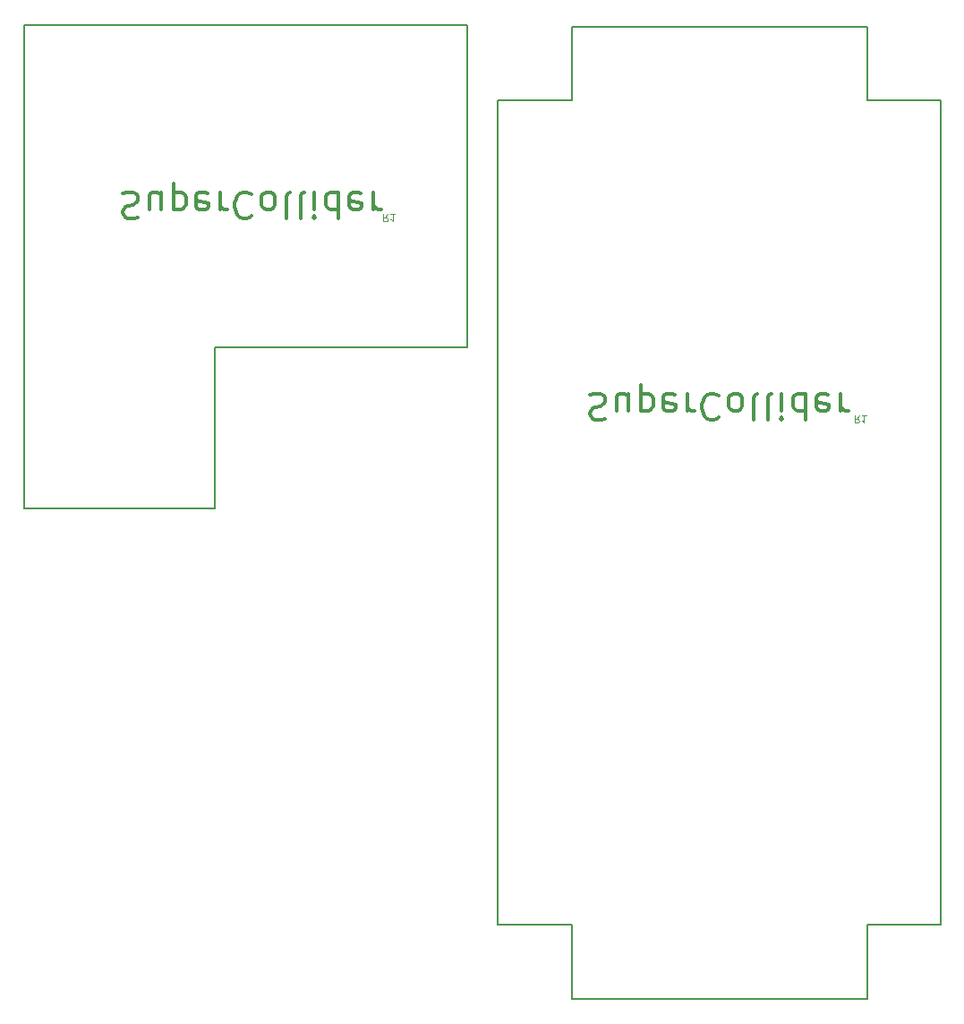
<source format=gbr>
G04 #@! TF.FileFunction,Legend,Bot*
%FSLAX46Y46*%
G04 Gerber Fmt 4.6, Leading zero omitted, Abs format (unit mm)*
G04 Created by KiCad (PCBNEW 4.0.6) date Monday, 12 February 2018 'AMt' 00:03:10*
%MOMM*%
%LPD*%
G01*
G04 APERTURE LIST*
%ADD10C,0.100000*%
%ADD11C,0.050000*%
%ADD12C,0.300000*%
%ADD13C,0.150000*%
%ADD14C,2.200000*%
%ADD15C,3.400000*%
%ADD16O,5.400000X4.400000*%
%ADD17O,4.400000X3.900000*%
%ADD18R,2.100000X2.100000*%
%ADD19O,2.100000X2.100000*%
%ADD20R,2.200000X2.200000*%
%ADD21R,3.900000X3.900000*%
G04 APERTURE END LIST*
D10*
D11*
X73289334Y-123635333D02*
X73056000Y-123968667D01*
X72889334Y-123635333D02*
X72889334Y-124335333D01*
X73156000Y-124335333D01*
X73222667Y-124302000D01*
X73256000Y-124268667D01*
X73289334Y-124202000D01*
X73289334Y-124102000D01*
X73256000Y-124035333D01*
X73222667Y-124002000D01*
X73156000Y-123968667D01*
X72889334Y-123968667D01*
X73956000Y-123635333D02*
X73556000Y-123635333D01*
X73756000Y-123635333D02*
X73756000Y-124335333D01*
X73689334Y-124235333D01*
X73622667Y-124168667D01*
X73556000Y-124135333D01*
D12*
X92437666Y-140720095D02*
X92794809Y-140601048D01*
X93390047Y-140601048D01*
X93628143Y-140720095D01*
X93747190Y-140839143D01*
X93866238Y-141077238D01*
X93866238Y-141315333D01*
X93747190Y-141553429D01*
X93628143Y-141672476D01*
X93390047Y-141791524D01*
X92913857Y-141910571D01*
X92675762Y-142029619D01*
X92556714Y-142148667D01*
X92437666Y-142386762D01*
X92437666Y-142624857D01*
X92556714Y-142862952D01*
X92675762Y-142982000D01*
X92913857Y-143101048D01*
X93509095Y-143101048D01*
X93866238Y-142982000D01*
X96009095Y-142267714D02*
X96009095Y-140601048D01*
X94937666Y-142267714D02*
X94937666Y-140958190D01*
X95056714Y-140720095D01*
X95294809Y-140601048D01*
X95651952Y-140601048D01*
X95890047Y-140720095D01*
X96009095Y-140839143D01*
X97199571Y-142267714D02*
X97199571Y-139767714D01*
X97199571Y-142148667D02*
X97437666Y-142267714D01*
X97913857Y-142267714D01*
X98151952Y-142148667D01*
X98271000Y-142029619D01*
X98390047Y-141791524D01*
X98390047Y-141077238D01*
X98271000Y-140839143D01*
X98151952Y-140720095D01*
X97913857Y-140601048D01*
X97437666Y-140601048D01*
X97199571Y-140720095D01*
X100413857Y-140720095D02*
X100175762Y-140601048D01*
X99699571Y-140601048D01*
X99461476Y-140720095D01*
X99342428Y-140958190D01*
X99342428Y-141910571D01*
X99461476Y-142148667D01*
X99699571Y-142267714D01*
X100175762Y-142267714D01*
X100413857Y-142148667D01*
X100532905Y-141910571D01*
X100532905Y-141672476D01*
X99342428Y-141434381D01*
X101604333Y-140601048D02*
X101604333Y-142267714D01*
X101604333Y-141791524D02*
X101723381Y-142029619D01*
X101842428Y-142148667D01*
X102080524Y-142267714D01*
X102318619Y-142267714D01*
X104580524Y-140839143D02*
X104461476Y-140720095D01*
X104104333Y-140601048D01*
X103866238Y-140601048D01*
X103509095Y-140720095D01*
X103271000Y-140958190D01*
X103151952Y-141196286D01*
X103032904Y-141672476D01*
X103032904Y-142029619D01*
X103151952Y-142505810D01*
X103271000Y-142743905D01*
X103509095Y-142982000D01*
X103866238Y-143101048D01*
X104104333Y-143101048D01*
X104461476Y-142982000D01*
X104580524Y-142862952D01*
X106009095Y-140601048D02*
X105771000Y-140720095D01*
X105651952Y-140839143D01*
X105532904Y-141077238D01*
X105532904Y-141791524D01*
X105651952Y-142029619D01*
X105771000Y-142148667D01*
X106009095Y-142267714D01*
X106366238Y-142267714D01*
X106604333Y-142148667D01*
X106723381Y-142029619D01*
X106842428Y-141791524D01*
X106842428Y-141077238D01*
X106723381Y-140839143D01*
X106604333Y-140720095D01*
X106366238Y-140601048D01*
X106009095Y-140601048D01*
X108271000Y-140601048D02*
X108032905Y-140720095D01*
X107913857Y-140958190D01*
X107913857Y-143101048D01*
X109580524Y-140601048D02*
X109342429Y-140720095D01*
X109223381Y-140958190D01*
X109223381Y-143101048D01*
X110532905Y-140601048D02*
X110532905Y-142267714D01*
X110532905Y-143101048D02*
X110413857Y-142982000D01*
X110532905Y-142862952D01*
X110651953Y-142982000D01*
X110532905Y-143101048D01*
X110532905Y-142862952D01*
X112794810Y-140601048D02*
X112794810Y-143101048D01*
X112794810Y-140720095D02*
X112556714Y-140601048D01*
X112080524Y-140601048D01*
X111842429Y-140720095D01*
X111723381Y-140839143D01*
X111604333Y-141077238D01*
X111604333Y-141791524D01*
X111723381Y-142029619D01*
X111842429Y-142148667D01*
X112080524Y-142267714D01*
X112556714Y-142267714D01*
X112794810Y-142148667D01*
X114937667Y-140720095D02*
X114699572Y-140601048D01*
X114223381Y-140601048D01*
X113985286Y-140720095D01*
X113866238Y-140958190D01*
X113866238Y-141910571D01*
X113985286Y-142148667D01*
X114223381Y-142267714D01*
X114699572Y-142267714D01*
X114937667Y-142148667D01*
X115056715Y-141910571D01*
X115056715Y-141672476D01*
X113866238Y-141434381D01*
X116128143Y-140601048D02*
X116128143Y-142267714D01*
X116128143Y-141791524D02*
X116247191Y-142029619D01*
X116366238Y-142148667D01*
X116604334Y-142267714D01*
X116842429Y-142267714D01*
D11*
X117866334Y-142685333D02*
X117633000Y-143018667D01*
X117466334Y-142685333D02*
X117466334Y-143385333D01*
X117733000Y-143385333D01*
X117799667Y-143352000D01*
X117833000Y-143318667D01*
X117866334Y-143252000D01*
X117866334Y-143152000D01*
X117833000Y-143085333D01*
X117799667Y-143052000D01*
X117733000Y-143018667D01*
X117466334Y-143018667D01*
X118533000Y-142685333D02*
X118133000Y-142685333D01*
X118333000Y-142685333D02*
X118333000Y-143385333D01*
X118266334Y-143285333D01*
X118199667Y-143218667D01*
X118133000Y-143185333D01*
D12*
X48241666Y-121670095D02*
X48598809Y-121551048D01*
X49194047Y-121551048D01*
X49432143Y-121670095D01*
X49551190Y-121789143D01*
X49670238Y-122027238D01*
X49670238Y-122265333D01*
X49551190Y-122503429D01*
X49432143Y-122622476D01*
X49194047Y-122741524D01*
X48717857Y-122860571D01*
X48479762Y-122979619D01*
X48360714Y-123098667D01*
X48241666Y-123336762D01*
X48241666Y-123574857D01*
X48360714Y-123812952D01*
X48479762Y-123932000D01*
X48717857Y-124051048D01*
X49313095Y-124051048D01*
X49670238Y-123932000D01*
X51813095Y-123217714D02*
X51813095Y-121551048D01*
X50741666Y-123217714D02*
X50741666Y-121908190D01*
X50860714Y-121670095D01*
X51098809Y-121551048D01*
X51455952Y-121551048D01*
X51694047Y-121670095D01*
X51813095Y-121789143D01*
X53003571Y-123217714D02*
X53003571Y-120717714D01*
X53003571Y-123098667D02*
X53241666Y-123217714D01*
X53717857Y-123217714D01*
X53955952Y-123098667D01*
X54075000Y-122979619D01*
X54194047Y-122741524D01*
X54194047Y-122027238D01*
X54075000Y-121789143D01*
X53955952Y-121670095D01*
X53717857Y-121551048D01*
X53241666Y-121551048D01*
X53003571Y-121670095D01*
X56217857Y-121670095D02*
X55979762Y-121551048D01*
X55503571Y-121551048D01*
X55265476Y-121670095D01*
X55146428Y-121908190D01*
X55146428Y-122860571D01*
X55265476Y-123098667D01*
X55503571Y-123217714D01*
X55979762Y-123217714D01*
X56217857Y-123098667D01*
X56336905Y-122860571D01*
X56336905Y-122622476D01*
X55146428Y-122384381D01*
X57408333Y-121551048D02*
X57408333Y-123217714D01*
X57408333Y-122741524D02*
X57527381Y-122979619D01*
X57646428Y-123098667D01*
X57884524Y-123217714D01*
X58122619Y-123217714D01*
X60384524Y-121789143D02*
X60265476Y-121670095D01*
X59908333Y-121551048D01*
X59670238Y-121551048D01*
X59313095Y-121670095D01*
X59075000Y-121908190D01*
X58955952Y-122146286D01*
X58836904Y-122622476D01*
X58836904Y-122979619D01*
X58955952Y-123455810D01*
X59075000Y-123693905D01*
X59313095Y-123932000D01*
X59670238Y-124051048D01*
X59908333Y-124051048D01*
X60265476Y-123932000D01*
X60384524Y-123812952D01*
X61813095Y-121551048D02*
X61575000Y-121670095D01*
X61455952Y-121789143D01*
X61336904Y-122027238D01*
X61336904Y-122741524D01*
X61455952Y-122979619D01*
X61575000Y-123098667D01*
X61813095Y-123217714D01*
X62170238Y-123217714D01*
X62408333Y-123098667D01*
X62527381Y-122979619D01*
X62646428Y-122741524D01*
X62646428Y-122027238D01*
X62527381Y-121789143D01*
X62408333Y-121670095D01*
X62170238Y-121551048D01*
X61813095Y-121551048D01*
X64075000Y-121551048D02*
X63836905Y-121670095D01*
X63717857Y-121908190D01*
X63717857Y-124051048D01*
X65384524Y-121551048D02*
X65146429Y-121670095D01*
X65027381Y-121908190D01*
X65027381Y-124051048D01*
X66336905Y-121551048D02*
X66336905Y-123217714D01*
X66336905Y-124051048D02*
X66217857Y-123932000D01*
X66336905Y-123812952D01*
X66455953Y-123932000D01*
X66336905Y-124051048D01*
X66336905Y-123812952D01*
X68598810Y-121551048D02*
X68598810Y-124051048D01*
X68598810Y-121670095D02*
X68360714Y-121551048D01*
X67884524Y-121551048D01*
X67646429Y-121670095D01*
X67527381Y-121789143D01*
X67408333Y-122027238D01*
X67408333Y-122741524D01*
X67527381Y-122979619D01*
X67646429Y-123098667D01*
X67884524Y-123217714D01*
X68360714Y-123217714D01*
X68598810Y-123098667D01*
X70741667Y-121670095D02*
X70503572Y-121551048D01*
X70027381Y-121551048D01*
X69789286Y-121670095D01*
X69670238Y-121908190D01*
X69670238Y-122860571D01*
X69789286Y-123098667D01*
X70027381Y-123217714D01*
X70503572Y-123217714D01*
X70741667Y-123098667D01*
X70860715Y-122860571D01*
X70860715Y-122622476D01*
X69670238Y-122384381D01*
X71932143Y-121551048D02*
X71932143Y-123217714D01*
X71932143Y-122741524D02*
X72051191Y-122979619D01*
X72170238Y-123098667D01*
X72408334Y-123217714D01*
X72646429Y-123217714D01*
D13*
X80772000Y-105791000D02*
X38862000Y-105791000D01*
X80772000Y-136271000D02*
X80772000Y-105791000D01*
X56896000Y-136271000D02*
X56896000Y-151511000D01*
X56896000Y-136271000D02*
X80772000Y-136271000D01*
X38862000Y-151511000D02*
X38862000Y-105791000D01*
X56896000Y-151511000D02*
X38862000Y-151511000D01*
X125603000Y-190881000D02*
X125603000Y-112903000D01*
X90678000Y-197866000D02*
X118618000Y-197866000D01*
X90678000Y-190881000D02*
X83693000Y-190881000D01*
X83693000Y-112903000D02*
X83693000Y-190881000D01*
X118618000Y-105918000D02*
X90678000Y-105918000D01*
X90678000Y-112903000D02*
X83693000Y-112903000D01*
X90678000Y-105918000D02*
X90678000Y-112903000D01*
X118618000Y-112903000D02*
X125603000Y-112903000D01*
X118618000Y-105918000D02*
X118618000Y-112903000D01*
X118618000Y-190881000D02*
X118618000Y-197866000D01*
X125603000Y-190881000D02*
X118618000Y-190881000D01*
X90678000Y-190881000D02*
X90678000Y-197866000D01*
%LPC*%
D14*
X45419000Y-150241000D03*
X47919000Y-150241000D03*
X50419000Y-150241000D03*
D15*
X43519000Y-143241000D03*
X52319000Y-143241000D03*
D16*
X108689000Y-163702000D03*
X108689000Y-147702000D03*
X121689000Y-147702000D03*
X121666000Y-163702000D03*
D17*
X99021000Y-184122000D03*
X104521000Y-184122000D03*
X110021000Y-184122000D03*
X99021000Y-188722000D03*
X104521000Y-188722000D03*
X110021000Y-188722000D03*
X99021000Y-193322000D03*
X104521000Y-193322000D03*
X110021000Y-193322000D03*
D14*
X69168000Y-134366000D03*
X71668000Y-134366000D03*
X74168000Y-134366000D03*
D15*
X67268000Y-127366000D03*
X76068000Y-127366000D03*
D14*
X69168000Y-118872000D03*
X71668000Y-118872000D03*
X74168000Y-118872000D03*
D15*
X67268000Y-111872000D03*
X76068000Y-111872000D03*
D18*
X40513000Y-128397000D03*
D19*
X40513000Y-125857000D03*
X40513000Y-123317000D03*
X40513000Y-120777000D03*
X40513000Y-118237000D03*
X40513000Y-115697000D03*
X40513000Y-113157000D03*
X40513000Y-110617000D03*
D18*
X123952000Y-137922000D03*
D19*
X123952000Y-135382000D03*
X123952000Y-132842000D03*
X123952000Y-130302000D03*
X123952000Y-127762000D03*
X123952000Y-125222000D03*
X123952000Y-122682000D03*
X123952000Y-120142000D03*
D18*
X85471000Y-137922000D03*
D19*
X85471000Y-135382000D03*
X85471000Y-132842000D03*
X85471000Y-130302000D03*
X85471000Y-127762000D03*
X85471000Y-125222000D03*
X85471000Y-122682000D03*
X85471000Y-120142000D03*
D16*
X100607000Y-162688000D03*
X100607000Y-178688000D03*
X87607000Y-178688000D03*
X87630000Y-162688000D03*
D20*
X59182000Y-132969000D03*
D14*
X61722000Y-132969000D03*
X45419000Y-134366000D03*
X47919000Y-134366000D03*
X50419000Y-134366000D03*
D15*
X43519000Y-127366000D03*
X52319000Y-127366000D03*
D18*
X79121000Y-128397000D03*
D19*
X79121000Y-125857000D03*
X79121000Y-123317000D03*
X79121000Y-120777000D03*
X79121000Y-118237000D03*
X79121000Y-115697000D03*
X79121000Y-113157000D03*
X79121000Y-110617000D03*
D14*
X45419000Y-118872000D03*
X47919000Y-118872000D03*
X50419000Y-118872000D03*
D15*
X43519000Y-111872000D03*
X52319000Y-111872000D03*
D21*
X101219000Y-114046000D03*
X101219000Y-108046000D03*
X96519000Y-111046000D03*
D18*
X109220000Y-173482000D03*
D19*
X109220000Y-176022000D03*
D18*
X107188000Y-126873000D03*
D19*
X104648000Y-126873000D03*
D18*
X93599000Y-137922000D03*
D19*
X91059000Y-137922000D03*
D18*
X113538000Y-126365000D03*
D19*
X110998000Y-126365000D03*
M02*

</source>
